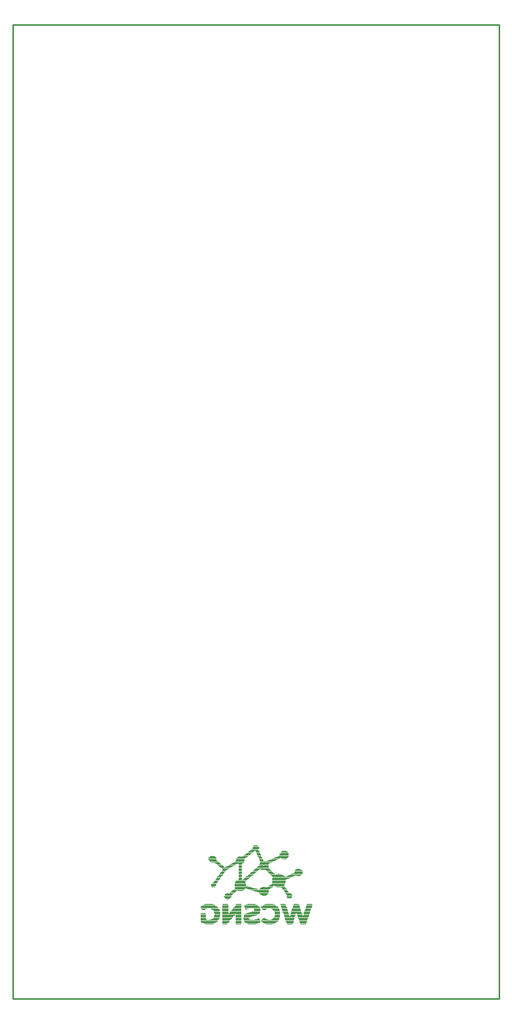
<source format=gbo>
G04*
G04 #@! TF.GenerationSoftware,Altium Limited,Altium Designer,19.1.8 (144)*
G04*
G04 Layer_Color=32896*
%FSLAX25Y25*%
%MOIN*%
G70*
G01*
G75*
%ADD13C,0.01000*%
%ADD48C,0.00400*%
D13*
X0Y629921D02*
X0Y0D01*
X0Y629921D02*
X314961Y629921D01*
X314961Y0D01*
X0D02*
X314961D01*
D48*
X156300Y99300D02*
X157900D01*
X155500Y98900D02*
X158700D01*
X155500Y98500D02*
X158700D01*
X155100Y98100D02*
X159100D01*
X155100Y97700D02*
X159100D01*
X155100Y97300D02*
X159100D01*
X154700Y96900D02*
X158700D01*
X154300Y96500D02*
X158700D01*
X153500Y96100D02*
X158700D01*
X174300Y95700D02*
X176700D01*
X157100D02*
X159100D01*
X153100D02*
X155900D01*
X173900Y95300D02*
X177500D01*
X157100D02*
X159100D01*
X152700D02*
X155500D01*
X173500Y94900D02*
X177900D01*
X157500D02*
X159500D01*
X152300D02*
X155100D01*
X173100Y94500D02*
X177900D01*
X157500D02*
X159500D01*
X151500D02*
X154300D01*
X173100Y94100D02*
X178300D01*
X157900D02*
X159900D01*
X151100D02*
X153900D01*
X172700Y93700D02*
X178300D01*
X157900D02*
X159900D01*
X150700D02*
X153500D01*
X172700Y93300D02*
X178300D01*
X158300D02*
X160300D01*
X150300D02*
X153100D01*
X172700Y92900D02*
X178300D01*
X158300D02*
X160300D01*
X149500D02*
X152300D01*
X171900Y92500D02*
X178300D01*
X158700D02*
X160300D01*
X149100D02*
X151900D01*
X127900D02*
X130300D01*
X171100Y92100D02*
X178300D01*
X158700D02*
X160700D01*
X148700D02*
X151500D01*
X145900D02*
X148300D01*
X127500D02*
X130700D01*
X169900Y91700D02*
X177900D01*
X159100D02*
X160700D01*
X145500D02*
X151100D01*
X127100D02*
X131100D01*
X169100Y91300D02*
X177500D01*
X159100D02*
X161100D01*
X145100D02*
X150300D01*
X126700D02*
X131100D01*
X173900Y90900D02*
X177100D01*
X168300D02*
X172700D01*
X159100D02*
X161100D01*
X144700D02*
X149900D01*
X126700D02*
X131500D01*
X175100Y90500D02*
X176300D01*
X167500D02*
X171500D01*
X159500D02*
X161500D01*
X144700D02*
X149500D01*
X126700D02*
X131500D01*
X166300Y90100D02*
X170700D01*
X159500D02*
X161500D01*
X144700D02*
X149500D01*
X126700D02*
X131100D01*
X165500Y89700D02*
X169900D01*
X159900D02*
X161900D01*
X144700D02*
X149500D01*
X127100D02*
X131500D01*
X164700Y89300D02*
X169100D01*
X159900D02*
X161900D01*
X144300D02*
X149500D01*
X127100D02*
X131900D01*
X160300Y88900D02*
X167900D01*
X143900D02*
X149500D01*
X127500D02*
X132700D01*
X160300Y88500D02*
X167100D01*
X143100D02*
X149100D01*
X130300D02*
X133100D01*
X128300D02*
X129900D01*
X159900Y88100D02*
X166300D01*
X142300D02*
X149100D01*
X130700D02*
X133500D01*
X159900Y87700D02*
X165500D01*
X145500D02*
X148300D01*
X141900D02*
X145100D01*
X131100D02*
X133900D01*
X159500Y87300D02*
X165100D01*
X146300D02*
X147900D01*
X141100D02*
X144700D01*
X131900D02*
X134300D01*
X159500Y86900D02*
X165100D01*
X146300D02*
X147900D01*
X140300D02*
X143900D01*
X132300D02*
X134700D01*
X159500Y86500D02*
X165100D01*
X146300D02*
X147900D01*
X139900D02*
X143100D01*
X132700D02*
X135500D01*
X159100Y86100D02*
X165100D01*
X146300D02*
X147900D01*
X139100D02*
X142300D01*
X133100D02*
X135900D01*
X158700Y85700D02*
X165100D01*
X146300D02*
X147900D01*
X138300D02*
X141900D01*
X133500D02*
X136300D01*
X158300Y85300D02*
X165100D01*
X146300D02*
X147900D01*
X137500D02*
X141100D01*
X133900D02*
X136700D01*
X157900Y84900D02*
X165100D01*
X146300D02*
X147900D01*
X134700D02*
X140300D01*
X157100Y84500D02*
X165500D01*
X146300D02*
X147900D01*
X135100D02*
X139900D01*
X183900Y84100D02*
X185500D01*
X160300D02*
X165900D01*
X156700D02*
X159500D01*
X146300D02*
X147900D01*
X135500D02*
X139100D01*
X183100Y83700D02*
X186300D01*
X160700D02*
X166300D01*
X156300D02*
X159100D01*
X146300D02*
X147900D01*
X135900D02*
X138300D01*
X182700Y83300D02*
X186700D01*
X163900D02*
X166700D01*
X155900D02*
X158700D01*
X146300D02*
X147900D01*
X135500D02*
X137900D01*
X182700Y82900D02*
X187100D01*
X164300D02*
X167100D01*
X155500D02*
X158300D01*
X146300D02*
X147900D01*
X135100D02*
X137500D01*
X182700Y82500D02*
X187100D01*
X164700D02*
X167500D01*
X155100D02*
X157500D01*
X146300D02*
X147900D01*
X135100D02*
X137100D01*
X182300Y82100D02*
X187100D01*
X165100D02*
X167900D01*
X154300D02*
X157100D01*
X146300D02*
X147900D01*
X134700D02*
X136700D01*
X182300Y81700D02*
X187100D01*
X165500D02*
X168300D01*
X153900D02*
X156700D01*
X146300D02*
X147900D01*
X134300D02*
X136700D01*
X181500Y81300D02*
X187100D01*
X165900D02*
X168700D01*
X153500D02*
X156300D01*
X146300D02*
X147900D01*
X133900D02*
X136300D01*
X180300Y80900D02*
X187100D01*
X171500D02*
X172300D01*
X166300D02*
X169100D01*
X153100D02*
X155900D01*
X146300D02*
X147900D01*
X133900D02*
X135900D01*
X179500Y80500D02*
X186700D01*
X170300D02*
X173900D01*
X166700D02*
X169500D01*
X152700D02*
X155500D01*
X146300D02*
X147900D01*
X133500D02*
X135500D01*
X178700Y80100D02*
X186300D01*
X167100D02*
X174700D01*
X152300D02*
X155100D01*
X146300D02*
X147900D01*
X133100D02*
X135500D01*
X183900Y79700D02*
X185500D01*
X177900D02*
X181900D01*
X167500D02*
X175100D01*
X151900D02*
X154300D01*
X146300D02*
X147900D01*
X133100D02*
X135100D01*
X177100Y79300D02*
X181100D01*
X167900D02*
X175500D01*
X151100D02*
X153900D01*
X146300D02*
X147900D01*
X132700D02*
X134700D01*
X168300Y78900D02*
X180300D01*
X150700D02*
X153500D01*
X146300D02*
X147900D01*
X132300D02*
X134700D01*
X168300Y78500D02*
X179500D01*
X150300D02*
X153100D01*
X146300D02*
X147900D01*
X131900D02*
X134300D01*
X167900Y78100D02*
X178700D01*
X149900D02*
X152700D01*
X146300D02*
X147900D01*
X131900D02*
X133900D01*
X167900Y77700D02*
X177500D01*
X149500D02*
X152300D01*
X146300D02*
X147900D01*
X131500D02*
X133500D01*
X167900Y77300D02*
X176700D01*
X149100D02*
X151500D01*
X146300D02*
X147900D01*
X131100D02*
X133500D01*
X167900Y76900D02*
X176300D01*
X145500D02*
X151100D01*
X131100D02*
X133100D01*
X167900Y76500D02*
X176300D01*
X144700D02*
X150700D01*
X130700D02*
X132700D01*
X167900Y76100D02*
X176300D01*
X144300D02*
X150300D01*
X130300D02*
X132700D01*
X167900Y75700D02*
X176300D01*
X143900D02*
X149900D01*
X129900D02*
X132300D01*
X167900Y75300D02*
X176300D01*
X143900D02*
X150300D01*
X129900D02*
X131900D01*
X167900Y74900D02*
X175900D01*
X143500D02*
X150700D01*
X129100D02*
X131500D01*
X167500Y74500D02*
X175900D01*
X143500D02*
X150700D01*
X128700D02*
X131500D01*
X167100Y74100D02*
X175500D01*
X143500D02*
X150700D01*
X128300D02*
X131100D01*
X166300Y73700D02*
X175100D01*
X143500D02*
X150700D01*
X128300D02*
X131100D01*
X165900Y73300D02*
X175500D01*
X143500D02*
X150700D01*
X128300D02*
X131100D01*
X169900Y72900D02*
X175500D01*
X165500D02*
X168300D01*
X143500D02*
X152300D01*
X128300D02*
X130700D01*
X173900Y72500D02*
X175900D01*
X170700D02*
X173500D01*
X164700D02*
X167900D01*
X161500D02*
X163100D01*
X143500D02*
X153500D01*
X128700D02*
X130700D01*
X173900Y72100D02*
X176300D01*
X164300D02*
X167500D01*
X160700D02*
X163900D01*
X143900D02*
X154700D01*
X174300Y71700D02*
X176300D01*
X160300D02*
X166700D01*
X143900D02*
X155900D01*
X174700Y71300D02*
X176700D01*
X159900D02*
X166300D01*
X151500D02*
X157500D01*
X143500D02*
X149900D01*
X174700Y70900D02*
X177100D01*
X159500D02*
X165500D01*
X152700D02*
X158700D01*
X143100D02*
X149500D01*
X175100Y70500D02*
X177100D01*
X154300D02*
X165100D01*
X142300D02*
X149100D01*
X175500Y70100D02*
X177500D01*
X155500D02*
X165100D01*
X145900D02*
X148300D01*
X141900D02*
X144700D01*
X175900Y69700D02*
X177900D01*
X156700D02*
X165500D01*
X141500D02*
X144300D01*
X175900Y69300D02*
X177900D01*
X157900D02*
X165100D01*
X141100D02*
X143900D01*
X176300Y68900D02*
X178300D01*
X159100D02*
X165100D01*
X140700D02*
X143500D01*
X176700Y68500D02*
X179100D01*
X159500D02*
X165100D01*
X140300D02*
X142700D01*
X138700D02*
X139100D01*
X176700Y68100D02*
X179900D01*
X159900D02*
X164700D01*
X137500D02*
X142300D01*
X177100Y67700D02*
X180300D01*
X160300D02*
X164700D01*
X137100D02*
X141900D01*
X177100Y67300D02*
X180700D01*
X160700D02*
X164300D01*
X137100D02*
X141500D01*
X177100Y66900D02*
X180700D01*
X161100D02*
X163500D01*
X137100D02*
X141100D01*
X177100Y66500D02*
X180700D01*
X136700D02*
X141100D01*
X177100Y66100D02*
X180300D01*
X136700D02*
X141100D01*
X177500Y65700D02*
X180300D01*
X137100D02*
X140700D01*
X177500Y65300D02*
X179900D01*
X137100D02*
X140700D01*
X137500Y64900D02*
X140300D01*
X138300Y64500D02*
X139500D01*
X190300Y61300D02*
X193500D01*
X181900D02*
X184700D01*
X173100D02*
X176300D01*
X163500D02*
X168300D01*
X151900D02*
X156700D01*
X144700D02*
X147500D01*
X135900D02*
X138700D01*
X124300D02*
X129100D01*
X190300Y60900D02*
X193500D01*
X181500D02*
X185100D01*
X173100D02*
X176300D01*
X162700D02*
X169100D01*
X150700D02*
X157500D01*
X144300D02*
X147500D01*
X135500D02*
X139100D01*
X123500D02*
X130300D01*
X189900Y60500D02*
X193500D01*
X181500D02*
X185100D01*
X173500D02*
X176700D01*
X161900D02*
X169900D01*
X149900D02*
X158300D01*
X144300D02*
X147500D01*
X135500D02*
X139100D01*
X122700D02*
X130700D01*
X189900Y60100D02*
X193500D01*
X181500D02*
X185100D01*
X173500D02*
X176700D01*
X161500D02*
X170300D01*
X149900D02*
X158700D01*
X143900D02*
X147500D01*
X135500D02*
X139100D01*
X121900D02*
X131500D01*
X189900Y59700D02*
X193100D01*
X181100D02*
X185500D01*
X173500D02*
X176700D01*
X160700D02*
X171100D01*
X149900D02*
X159100D01*
X143500D02*
X147500D01*
X135500D02*
X139100D01*
X121500D02*
X131900D01*
X189500Y59300D02*
X193100D01*
X181100D02*
X185500D01*
X173900D02*
X177100D01*
X160700D02*
X171500D01*
X150300D02*
X159500D01*
X143100D02*
X147500D01*
X135500D02*
X139100D01*
X121500D02*
X132300D01*
X189500Y58900D02*
X193100D01*
X181100D02*
X185500D01*
X173900D02*
X177100D01*
X160700D02*
X171500D01*
X150300D02*
X159500D01*
X142700D02*
X147500D01*
X135500D02*
X139100D01*
X121500D02*
X132700D01*
X189500Y58500D02*
X192700D01*
X180700D02*
X185900D01*
X173900D02*
X177100D01*
X167100D02*
X171900D01*
X161100D02*
X164300D01*
X155900D02*
X159500D01*
X150300D02*
X152300D01*
X142300D02*
X147500D01*
X135500D02*
X139100D01*
X128300D02*
X132700D01*
X121900D02*
X125100D01*
X189100Y58100D02*
X192700D01*
X180700D02*
X185900D01*
X174300D02*
X177500D01*
X167900D02*
X172300D01*
X161500D02*
X163500D01*
X156300D02*
X159900D01*
X150700D02*
X151100D01*
X142300D02*
X147500D01*
X135500D02*
X139100D01*
X128700D02*
X133100D01*
X122300D02*
X124300D01*
X189100Y57700D02*
X192700D01*
X180700D02*
X185900D01*
X174300D02*
X177500D01*
X168300D02*
X172300D01*
X161900D02*
X163100D01*
X156300D02*
X159900D01*
X141900D02*
X147500D01*
X135500D02*
X139100D01*
X129500D02*
X133500D01*
X122700D02*
X123900D01*
X189100Y57300D02*
X192300D01*
X180700D02*
X186300D01*
X174300D02*
X177500D01*
X168700D02*
X172300D01*
X156300D02*
X159900D01*
X141500D02*
X147500D01*
X135500D02*
X139100D01*
X129900D02*
X133500D01*
X188700Y56900D02*
X192300D01*
X180300D02*
X186300D01*
X174700D02*
X177900D01*
X169100D02*
X172700D01*
X155900D02*
X159900D01*
X141100D02*
X147500D01*
X135500D02*
X139100D01*
X129900D02*
X133500D01*
X188700Y56500D02*
X192300D01*
X180300D02*
X186300D01*
X174700D02*
X177900D01*
X169100D02*
X172700D01*
X154700D02*
X159500D01*
X140700D02*
X147500D01*
X135500D02*
X139100D01*
X130300D02*
X133500D01*
X188700Y56100D02*
X191900D01*
X183500D02*
X186700D01*
X180300D02*
X183100D01*
X174700D02*
X177900D01*
X169500D02*
X172700D01*
X153100D02*
X159500D01*
X140700D02*
X147500D01*
X135500D02*
X139100D01*
X130300D02*
X133900D01*
X188300Y55700D02*
X191900D01*
X183500D02*
X186700D01*
X179900D02*
X183100D01*
X175100D02*
X178300D01*
X169500D02*
X172700D01*
X151900D02*
X159500D01*
X140300D02*
X147500D01*
X135500D02*
X139100D01*
X130300D02*
X133900D01*
X188300Y55300D02*
X191900D01*
X183900D02*
X186700D01*
X179900D02*
X183100D01*
X175100D02*
X178300D01*
X169500D02*
X172700D01*
X151100D02*
X159100D01*
X144300D02*
X147500D01*
X139900D02*
X143900D01*
X135500D02*
X139100D01*
X130700D02*
X133900D01*
X121500D02*
X124300D01*
X188300Y54900D02*
X191500D01*
X183900D02*
X187100D01*
X179900D02*
X182700D01*
X175100D02*
X178300D01*
X169500D02*
X172700D01*
X150300D02*
X158700D01*
X144300D02*
X147500D01*
X139500D02*
X143500D01*
X135500D02*
X139100D01*
X130700D02*
X133900D01*
X121500D02*
X124700D01*
X188300Y54500D02*
X191500D01*
X183900D02*
X187100D01*
X179500D02*
X182700D01*
X175500D02*
X178700D01*
X169500D02*
X172700D01*
X149900D02*
X157900D01*
X144300D02*
X147500D01*
X135500D02*
X143500D01*
X130700D02*
X133900D01*
X121500D02*
X124700D01*
X187900Y54100D02*
X191500D01*
X184300D02*
X187100D01*
X179500D02*
X182700D01*
X175500D02*
X178700D01*
X169500D02*
X172700D01*
X149500D02*
X157100D01*
X144300D02*
X147500D01*
X135500D02*
X143100D01*
X130300D02*
X133900D01*
X121500D02*
X124700D01*
X187900Y53700D02*
X191100D01*
X184300D02*
X187500D01*
X179500D02*
X182300D01*
X175500D02*
X178700D01*
X169500D02*
X172700D01*
X149500D02*
X155900D01*
X144300D02*
X147500D01*
X135500D02*
X142700D01*
X130300D02*
X133900D01*
X121500D02*
X124700D01*
X187900Y53300D02*
X191100D01*
X184300D02*
X187500D01*
X175900D02*
X182300D01*
X169100D02*
X172700D01*
X149500D02*
X154300D01*
X144300D02*
X147500D01*
X135500D02*
X142300D01*
X130300D02*
X133500D01*
X121500D02*
X124700D01*
X184700Y52900D02*
X191100D01*
X175900D02*
X182300D01*
X169100D02*
X172700D01*
X149100D02*
X153100D01*
X144300D02*
X147500D01*
X135500D02*
X141900D01*
X129900D02*
X133500D01*
X121500D02*
X124700D01*
X184700Y52500D02*
X190700D01*
X175900D02*
X181900D01*
X168700D02*
X172300D01*
X162300D02*
X162700D01*
X149100D02*
X152700D01*
X144300D02*
X147500D01*
X135500D02*
X141500D01*
X129900D02*
X133500D01*
X121500D02*
X124700D01*
X184700Y52100D02*
X190700D01*
X176300D02*
X181900D01*
X168300D02*
X172300D01*
X161900D02*
X163100D01*
X158700D02*
X159100D01*
X149100D02*
X152300D01*
X144300D02*
X147500D01*
X135500D02*
X141500D01*
X129500D02*
X133100D01*
X121500D02*
X124700D01*
X185100Y51700D02*
X190700D01*
X176300D02*
X181900D01*
X167900D02*
X172300D01*
X161500D02*
X163900D01*
X157900D02*
X159100D01*
X149100D02*
X152700D01*
X144300D02*
X147500D01*
X135500D02*
X141100D01*
X128700D02*
X133100D01*
X121500D02*
X124700D01*
X185100Y51300D02*
X190300D01*
X176300D02*
X181500D01*
X167100D02*
X171900D01*
X161100D02*
X164700D01*
X156700D02*
X159500D01*
X149500D02*
X153100D01*
X144300D02*
X147500D01*
X135500D02*
X140700D01*
X127900D02*
X132700D01*
X121500D02*
X125100D01*
X185100Y50900D02*
X190300D01*
X176700D02*
X181500D01*
X160700D02*
X171500D01*
X149500D02*
X159500D01*
X144300D02*
X147500D01*
X135500D02*
X140300D01*
X121500D02*
X132700D01*
X185500Y50500D02*
X190300D01*
X176700D02*
X181500D01*
X160700D02*
X171100D01*
X149500D02*
X159900D01*
X144300D02*
X147500D01*
X135500D02*
X139900D01*
X121500D02*
X132300D01*
X185500Y50100D02*
X189900D01*
X176700D02*
X181500D01*
X161100D02*
X171100D01*
X149900D02*
X159900D01*
X144300D02*
X147500D01*
X135500D02*
X139900D01*
X121500D02*
X131900D01*
X185500Y49700D02*
X189900D01*
X177100D02*
X181100D01*
X161500D02*
X170300D01*
X150300D02*
X159900D01*
X144300D02*
X147500D01*
X135500D02*
X139500D01*
X121900D02*
X131500D01*
X185900Y49300D02*
X189900D01*
X177100D02*
X181100D01*
X161900D02*
X169900D01*
X150700D02*
X159500D01*
X144300D02*
X147500D01*
X135500D02*
X139100D01*
X122300D02*
X130700D01*
X185900Y48900D02*
X189500D01*
X177100D02*
X181100D01*
X162700D02*
X169100D01*
X151500D02*
X158300D01*
X144300D02*
X147500D01*
X135500D02*
X138700D01*
X123500D02*
X129900D01*
X186300Y48500D02*
X189500D01*
X177500D02*
X180700D01*
X163900D02*
X167900D01*
X152300D02*
X157100D01*
X144300D02*
X147500D01*
X135900D02*
X138300D01*
X124700D02*
X129100D01*
M02*

</source>
